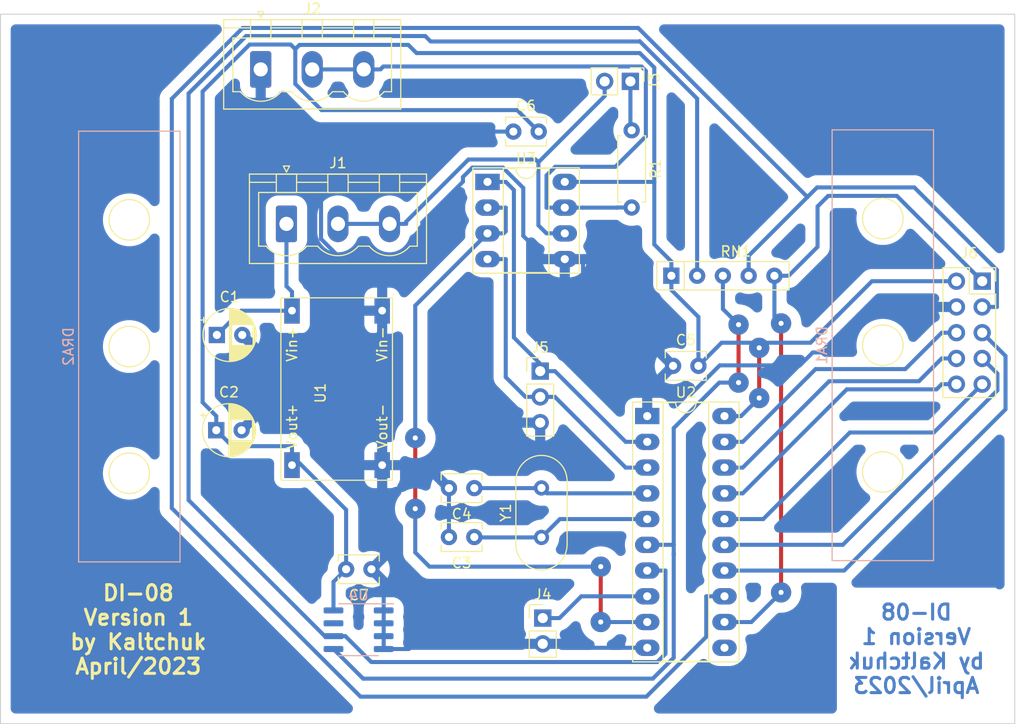
<source format=kicad_pcb>
(kicad_pcb (version 20211014) (generator pcbnew)
  (layers (0 "F.Cu" signal) (31 "B.Cu" signal) (34 "B.Paste" user) (35 "F.Paste" user) (36 "B.SilkS" user "B.Silkscreen") (37 "F.SilkS" user "F.Silkscreen") (38 "B.Mask" user) (39 "F.Mask" user) (44 "Edge.Cuts" user))
  (net 0 "")
  (net 1 "+24V")
  (net 2 "GND")
  (net 3 "+5V")
  (net 4 "Net-(C3-Pad1)")
  (net 5 "Net-(C4-Pad1)")
  (net 6 "/MB-A")
  (net 7 "/MB-B")
  (net 8 "Net-(J3-Pad1)")
  (net 9 "/FS")
  (net 10 "/RX")
  (net 11 "/TX")
  (net 12 "Net-(J6-Pad1)")
  (net 13 "Net-(J6-Pad3)")
  (net 14 "Net-(J6-Pad5)")
  (net 15 "Net-(J6-Pad6)")
  (net 16 "Net-(J6-Pad7)")
  (net 17 "Net-(J6-Pad8)")
  (net 18 "Net-(J6-Pad9)")
  (net 19 "Net-(J6-Pad10)")
  (net 20 "/SCL")
  (net 21 "/SDA")
  (net 22 "/DE")
  (footprint "Resistor_THT:R_Axial_DIN0207_L6.3mm_D2.5mm_P7.62mm_Horizontal" (layer "F.Cu") (at 154.178 64.643 -90)
    (fp_text reference "R1" (at 3.81 -2.37 90) (layer "F.SilkS"))
    (fp_text value "250")
    (pad "1" thru_hole circle (at 0 0 270) (size 1.6 1.6) (drill 0.8) (layers *.Cu *.Mask) (net 8 "Net-(J3-Pad1)"))
    (pad "2" thru_hole oval (at 7.62 0 270) (size 1.6 1.6) (drill 0.8) (layers *.Cu *.Mask) (net 7 "/MB-B"))
  )
  (footprint "Resistor_THT:R_Array_SIP5" (layer "F.Cu") (at 158.095 78.994)
    (fp_text reference "RN1" (at 6.35 -2.4) (layer "F.SilkS"))
    (fp_text value "10k")
    (pad "1" thru_hole rect (at 0 0) (size 1.6 1.6) (drill 0.8) (layers *.Cu *.Mask) (net 3 "+5V"))
    (pad "2" thru_hole oval (at 2.54 0) (size 1.6 1.6) (drill 0.8) (layers *.Cu *.Mask) (net 20 "/SCL"))
    (pad "3" thru_hole oval (at 5.08 0) (size 1.6 1.6) (drill 0.8) (layers *.Cu *.Mask) (net 21 "/SDA"))
    (pad "4" thru_hole oval (at 7.62 0) (size 1.6 1.6) (drill 0.8) (layers *.Cu *.Mask) (net 13 "Net-(J6-Pad3)"))
    (pad "5" thru_hole oval (at 10.16 0) (size 1.6 1.6) (drill 0.8) (layers *.Cu *.Mask) (net 12 "Net-(J6-Pad1)"))
  )
  (footprint "Connector_PinSocket_2.54mm:PinSocket_2x05_P2.54mm_Vertical" (layer "F.Cu") (at 188.742 79.532)
    (fp_text reference "J6" (at -1.27 -2.77) (layer "F.SilkS"))
    (fp_text value "Bridge_female")
    (pad "1" thru_hole rect (at 0 0) (size 1.7 1.7) (drill 1) (layers *.Cu *.Mask) (net 12 "Net-(J6-Pad1)"))
    (pad "2" thru_hole oval (at -2.54 0) (size 1.7 1.7) (drill 1) (layers *.Cu *.Mask) (net 3 "+5V"))
    (pad "3" thru_hole oval (at 0 2.54) (size 1.7 1.7) (drill 1) (layers *.Cu *.Mask) (net 13 "Net-(J6-Pad3)"))
    (pad "4" thru_hole oval (at -2.54 2.54) (size 1.7 1.7) (drill 1) (layers *.Cu *.Mask) (net 2 "GND"))
    (pad "5" thru_hole oval (at 0 5.08) (size 1.7 1.7) (drill 1) (layers *.Cu *.Mask) (net 14 "Net-(J6-Pad5)"))
    (pad "6" thru_hole oval (at -2.54 5.08) (size 1.7 1.7) (drill 1) (layers *.Cu *.Mask) (net 15 "Net-(J6-Pad6)"))
    (pad "7" thru_hole oval (at 0 7.62) (size 1.7 1.7) (drill 1) (layers *.Cu *.Mask) (net 16 "Net-(J6-Pad7)"))
    (pad "8" thru_hole oval (at -2.54 7.62) (size 1.7 1.7) (drill 1) (layers *.Cu *.Mask) (net 17 "Net-(J6-Pad8)"))
    (pad "9" thru_hole oval (at 0 10.16) (size 1.7 1.7) (drill 1) (layers *.Cu *.Mask) (net 18 "Net-(J6-Pad9)"))
    (pad "10" thru_hole oval (at -2.54 10.16) (size 1.7 1.7) (drill 1) (layers *.Cu *.Mask) (net 19 "Net-(J6-Pad10)"))
  )
  (footprint "Crystal:Crystal_HC49-U_Vertical" (layer "F.Cu") (at 145.288 104.812 90)
    (fp_text reference "Y1" (at 2.44 -3.525 90) (layer "F.SilkS"))
    (fp_text value "11.059MHz")
    (pad "1" thru_hole circle (at 0 0 90) (size 1.5 1.5) (drill 0.8) (layers *.Cu *.Mask) (net 4 "Net-(C3-Pad1)"))
    (pad "2" thru_hole circle (at 4.88 0 90) (size 1.5 1.5) (drill 0.8) (layers *.Cu *.Mask) (net 5 "Net-(C4-Pad1)"))
  )
  (footprint "Capacitor_THT:CP_Radial_D5.0mm_P2.50mm" (layer "F.Cu") (at 113.284 84.836)
    (fp_text reference "C1" (at 1.25 -3.75) (layer "F.SilkS"))
    (fp_text value "47uF")
    (pad "1" thru_hole rect (at 0 0) (size 1.6 1.6) (drill 0.8) (layers *.Cu *.Mask) (net 1 "+24V"))
    (pad "2" thru_hole circle (at 2.5 0) (size 1.6 1.6) (drill 0.8) (layers *.Cu *.Mask) (net 2 "GND"))
  )
  (footprint "Connector_Phoenix_MSTB:PhoenixContact_MSTBVA_2,5_3-G-5,08_1x03_P5.08mm_Vertical" (layer "F.Cu") (at 117.602 58.6345)
    (fp_text reference "J2" (at 5.08 -6) (layer "F.SilkS"))
    (fp_text value "low")
    (pad "1" thru_hole roundrect (at 0 0) (size 2.08 3.6) (drill 1.4) (layers *.Cu *.Mask) (roundrect_rratio 0.120192) (net 2 "GND"))
    (pad "2" thru_hole oval (at 5.08 0) (size 2.08 3.6) (drill 1.4) (layers *.Cu *.Mask) (net 7 "/MB-B"))
    (pad "3" thru_hole oval (at 10.16 0) (size 2.08 3.6) (drill 1.4) (layers *.Cu *.Mask) (net 7 "/MB-B"))
  )
  (footprint "Connector_PinHeader_2.54mm:PinHeader_1x02_P2.54mm_Vertical" (layer "F.Cu") (at 145.415 112.771)
    (fp_text reference "J4" (at 0 -2.33) (layer "F.SilkS"))
    (fp_text value "factory setup")
    (pad "1" thru_hole rect (at 0 0) (size 1.7 1.7) (drill 1) (layers *.Cu *.Mask) (net 9 "/FS"))
    (pad "2" thru_hole oval (at 0 2.54) (size 1.7 1.7) (drill 1) (layers *.Cu *.Mask) (net 2 "GND"))
  )
  (footprint "Capacitor_THT:CP_Radial_D5.0mm_P2.50mm" (layer "F.Cu") (at 113.2219 94.234)
    (fp_text reference "C2" (at 1.25 -3.75) (layer "F.SilkS"))
    (fp_text value "22uF")
    (pad "1" thru_hole rect (at 0 0) (size 1.6 1.6) (drill 0.8) (layers *.Cu *.Mask) (net 3 "+5V"))
    (pad "2" thru_hole circle (at 2.5 0) (size 1.6 1.6) (drill 0.8) (layers *.Cu *.Mask) (net 2 "GND"))
  )
  (footprint "Connector_Phoenix_MSTB:PhoenixContact_MSTBVA_2,5_3-G-5,08_1x03_P5.08mm_Vertical" (layer "F.Cu") (at 120.142 73.8745)
    (fp_text reference "J1" (at 5.08 -6) (layer "F.SilkS"))
    (fp_text value "high")
    (pad "1" thru_hole roundrect (at 0 0) (size 2.08 3.6) (drill 1.4) (layers *.Cu *.Mask) (roundrect_rratio 0.120192) (net 1 "+24V"))
    (pad "2" thru_hole oval (at 5.08 0) (size 2.08 3.6) (drill 1.4) (layers *.Cu *.Mask) (net 6 "/MB-A"))
    (pad "3" thru_hole oval (at 10.16 0) (size 2.08 3.6) (drill 1.4) (layers *.Cu *.Mask) (net 6 "/MB-A"))
  )
  (footprint "Connector_PinHeader_2.54mm:PinHeader_1x03_P2.54mm_Vertical" (layer "F.Cu") (at 145.161 88.407)
    (fp_text reference "J5" (at 0 -2.33) (layer "F.SilkS"))
    (fp_text value "TTL comm")
    (pad "1" thru_hole rect (at 0 0) (size 1.7 1.7) (drill 1) (layers *.Cu *.Mask) (net 10 "/RX"))
    (pad "2" thru_hole oval (at 0 2.54) (size 1.7 1.7) (drill 1) (layers *.Cu *.Mask) (net 11 "/TX"))
    (pad "3" thru_hole oval (at 0 5.08) (size 1.7 1.7) (drill 1) (layers *.Cu *.Mask) (net 2 "GND"))
  )
  (footprint "MountingEquipment:DINRailAdapter_3xM3_PhoenixContact_1201578" (layer "F.Cu") (at 178.943 85.852 -90)
    (fp_text reference "DRA1" (at 0 6 90) (layer "B.SilkS") (effects (justify mirror)))
    (fp_text value "DIN_Rail_Adapter")
    (pad "" np_thru_hole circle (at 12.5 0 270) (size 3.2 3.2) (drill 3.2) (layers *.Cu *.Mask))
    (pad "" np_thru_hole circle (at -12.5 0 270) (size 3.2 3.2) (drill 3.2) (layers *.Cu *.Mask))
    (pad "" np_thru_hole circle (at 0 0 270) (size 3.2 3.2) (drill 3.2) (layers *.Cu *.Mask))
  )
  (footprint "Capacitor_THT:C_Disc_D3.8mm_W2.6mm_P2.50mm" (layer "F.Cu") (at 138.664 104.775 180)
    (fp_text reference "C3" (at 1.25 -2.55) (layer "F.SilkS"))
    (fp_text value "33pF")
    (pad "1" thru_hole circle (at 0 0 180) (size 1.6 1.6) (drill 0.8) (layers *.Cu *.Mask) (net 4 "Net-(C3-Pad1)"))
    (pad "2" thru_hole circle (at 2.5 0 180) (size 1.6 1.6) (drill 0.8) (layers *.Cu *.Mask) (net 2 "GND"))
  )
  (footprint "MountingEquipment:DINRailAdapter_3xM3_PhoenixContact_1201578" (layer "F.Cu") (at 104.648 85.979 -90)
    (fp_text reference "DRA2" (at 0 6 90) (layer "B.SilkS") (effects (justify mirror)))
    (fp_text value "DIN_Rail_Adapter")
    (pad "" np_thru_hole circle (at 12.5 0 270) (size 3.2 3.2) (drill 3.2) (layers *.Cu *.Mask))
    (pad "" np_thru_hole circle (at 0 0 270) (size 3.2 3.2) (drill 3.2) (layers *.Cu *.Mask))
    (pad "" np_thru_hole circle (at -12.5 0 270) (size 3.2 3.2) (drill 3.2) (layers *.Cu *.Mask))
  )
  (footprint "Capacitor_THT:C_Disc_D3.8mm_W2.6mm_P2.50mm" (layer "F.Cu") (at 138.664 99.949 180)
    (fp_text reference "C4" (at 1.25 -2.55) (layer "F.SilkS"))
    (fp_text value "33pF")
    (pad "1" thru_hole circle (at 0 0 180) (size 1.6 1.6) (drill 0.8) (layers *.Cu *.Mask) (net 5 "Net-(C4-Pad1)"))
    (pad "2" thru_hole circle (at 2.5 0 180) (size 1.6 1.6) (drill 0.8) (layers *.Cu *.Mask) (net 2 "GND"))
  )
  (footprint "Connector_PinHeader_2.54mm:PinHeader_1x02_P2.54mm_Vertical" (layer "F.Cu") (at 154.056 59.817 -90)
    (fp_text reference "J3" (at 0 -2.33 90) (layer "F.SilkS"))
    (fp_text value "terminal")
    (pad "1" thru_hole rect (at 0 0 270) (size 1.7 1.7) (drill 1) (layers *.Cu *.Mask) (net 8 "Net-(J3-Pad1)"))
    (pad "2" thru_hole oval (at 0 2.54 270) (size 1.7 1.7) (drill 1) (layers *.Cu *.Mask) (net 6 "/MB-A"))
  )
  (footprint "Capacitor_THT:C_Disc_D3.8mm_W2.6mm_P2.50mm" (layer "F.Cu") (at 158.262 87.884)
    (fp_text reference "C5" (at 1.25 -2.55) (layer "F.SilkS"))
    (fp_text value "10nF")
    (pad "1" thru_hole circle (at 0 0) (size 1.6 1.6) (drill 0.8) (layers *.Cu *.Mask) (net 2 "GND"))
    (pad "2" thru_hole circle (at 2.5 0) (size 1.6 1.6) (drill 0.8) (layers *.Cu *.Mask) (net 3 "+5V"))
  )
  (footprint "Capacitor_THT:C_Disc_D3.8mm_W2.6mm_P2.50mm" (layer "F.Cu") (at 128.524 107.95 180)
    (fp_text reference "C7" (at 1.25 -2.55) (layer "F.SilkS"))
    (fp_text value "10nF")
    (pad "1" thru_hole circle (at 0 0 180) (size 1.6 1.6) (drill 0.8) (layers *.Cu *.Mask) (net 2 "GND"))
    (pad "2" thru_hole circle (at 2.5 0 180) (size 1.6 1.6) (drill 0.8) (layers *.Cu *.Mask) (net 3 "+5V"))
  )
  (footprint "Package_DIP:DIP-20_W7.62mm_Socket_LongPads" (layer "F.Cu") (at 155.712 92.842)
    (fp_text reference "U2" (at 3.81 -2.33) (layer "F.SilkS"))
    (fp_text value "AT89C4051-24P")
    (pad "1" thru_hole rect (at 0 0) (size 2.4 1.6) (drill 0.8) (layers *.Cu *.Mask) (net 2 "GND"))
    (pad "2" thru_hole oval (at 0 2.54) (size 2.4 1.6) (drill 0.8) (layers *.Cu *.Mask) (net 10 "/RX"))
    (pad "3" thru_hole oval (at 0 5.08) (size 2.4 1.6) (drill 0.8) (layers *.Cu *.Mask) (net 11 "/TX"))
    (pad "4" thru_hole oval (at 0 7.62) (size 2.4 1.6) (drill 0.8) (layers *.Cu *.Mask) (net 5 "Net-(C4-Pad1)"))
    (pad "5" thru_hole oval (at 0 10.16) (size 2.4 1.6) (drill 0.8) (layers *.Cu *.Mask) (net 4 "Net-(C3-Pad1)"))
    (pad "6" thru_hole oval (at 0 12.7) (size 2.4 1.6) (drill 0.8) (layers *.Cu *.Mask) (net 21 "/SDA"))
    (pad "7" thru_hole oval (at 0 15.24) (size 2.4 1.6) (drill 0.8) (layers *.Cu *.Mask) (net 20 "/SCL"))
    (pad "8" thru_hole oval (at 0 17.78) (size 2.4 1.6) (drill 0.8) (layers *.Cu *.Mask) (net 9 "/FS"))
    (pad "9" thru_hole oval (at 0 20.32) (size 2.4 1.6) (drill 0.8) (layers *.Cu *.Mask) (net 22 "/DE"))
    (pad "10" thru_hole oval (at 0 22.86) (size 2.4 1.6) (drill 0.8) (layers *.Cu *.Mask) (net 2 "GND"))
    (pad "11" thru_hole oval (at 7.62 22.86) (size 2.4 1.6) (drill 0.8) (layers *.Cu *.Mask))
    (pad "12" thru_hole oval (at 7.62 20.32) (size 2.4 1.6) (drill 0.8) (layers *.Cu *.Mask) (net 12 "Net-(J6-Pad1)"))
    (pad "13" thru_hole oval (at 7.62 17.78) (size 2.4 1.6) (drill 0.8) (layers *.Cu *.Mask) (net 13 "Net-(J6-Pad3)"))
    (pad "14" thru_hole oval (at 7.62 15.24) (size 2.4 1.6) (drill 0.8) (layers *.Cu *.Mask) (net 14 "Net-(J6-Pad5)"))
    (pad "15" thru_hole oval (at 7.62 12.7) (size 2.4 1.6) (drill 0.8) (layers *.Cu *.Mask) (net 16 "Net-(J6-Pad7)"))
    (pad "16" thru_hole oval (at 7.62 10.16) (size 2.4 1.6) (drill 0.8) (layers *.Cu *.Mask) (net 18 "Net-(J6-Pad9)"))
    (pad "17" thru_hole oval (at 7.62 7.62) (size 2.4 1.6) (drill 0.8) (layers *.Cu *.Mask) (net 19 "Net-(J6-Pad10)"))
    (pad "18" thru_hole oval (at 7.62 5.08) (size 2.4 1.6) (drill 0.8) (layers *.Cu *.Mask) (net 17 "Net-(J6-Pad8)"))
    (pad "19" thru_hole oval (at 7.62 2.54) (size 2.4 1.6) (drill 0.8) (layers *.Cu *.Mask) (net 15 "Net-(J6-Pad6)"))
    (pad "20" thru_hole oval (at 7.62 0) (size 2.4 1.6) (drill 0.8) (layers *.Cu *.Mask) (net 3 "+5V"))
  )
  (footprint "Package_DIP:DIP-8_W7.62mm_Socket_LongPads" (layer "F.Cu") (at 139.964 69.733)
    (fp_text reference "U3" (at 3.81 -2.33) (layer "F.SilkS"))
    (fp_text value "SN75176AP")
    (pad "1" thru_hole rect (at 0 0) (size 2.4 1.6) (drill 0.8) (layers *.Cu *.Mask) (net 10 "/RX"))
    (pad "2" thru_hole oval (at 0 2.54) (size 2.4 1.6) (drill 0.8) (layers *.Cu *.Mask) (net 22 "/DE"))
    (pad "3" thru_hole oval (at 0 5.08) (size 2.4 1.6) (drill 0.8) (layers *.Cu *.Mask) (net 22 "/DE"))
    (pad "4" thru_hole oval (at 0 7.62) (size 2.4 1.6) (drill 0.8) (layers *.Cu *.Mask) (net 11 "/TX"))
    (pad "5" thru_hole oval (at 7.62 7.62) (size 2.4 1.6) (drill 0.8) (layers *.Cu *.Mask) (net 2 "GND"))
    (pad "6" thru_hole oval (at 7.62 5.08) (size 2.4 1.6) (drill 0.8) (layers *.Cu *.Mask) (net 6 "/MB-A"))
    (pad "7" thru_hole oval (at 7.62 2.54) (size 2.4 1.6) (drill 0.8) (layers *.Cu *.Mask) (net 7 "/MB-B"))
    (pad "8" thru_hole oval (at 7.62 0) (size 2.4 1.6) (drill 0.8) (layers *.Cu *.Mask) (net 3 "+5V"))
  )
  (footprint "kaltchuk_footprints:DSN-MINI-360" (layer "F.Cu") (at 123.991 90.568 90)
    (fp_text reference "U1" (at 0 -0.5 90 unlocked) (layer "F.SilkS"))
    (fp_text value "DSN-MINI-360")
    (fp_text user "Vin+" (at 4.826 -3.302 90 unlocked) (layer "F.SilkS"))
    (fp_text user "Vout-" (at -3.302 5.588 90 unlocked) (layer "F.SilkS"))
    (fp_text user "Vin-" (at 4.826 5.588 90 unlocked) (layer "F.SilkS"))
    (fp_text user "Vout+" (at -3.302 -3.302 90 unlocked) (layer "F.SilkS"))
    (pad "1" thru_hole rect (at -7.112 -3.302 90) (size 2.54 1.524) (drill 0.762) (layers *.Cu *.Mask) (net 3 "+5V"))
    (pad "2" thru_hole rect (at -7.112 5.588 90) (size 2.54 1.524) (drill 0.762) (layers *.Cu *.Mask) (net 2 "GND"))
    (pad "3" thru_hole rect (at 8.128 -3.302 90) (size 2.54 1.524) (drill 0.762) (layers *.Cu *.Mask) (net 1 "+24V"))
    (pad "4" thru_hole rect (at 8.128 5.588 90) (size 2.54 1.524) (drill 0.762) (layers *.Cu *.Mask) (net 2 "GND"))
  )
  (footprint "Capacitor_THT:C_Disc_D3.8mm_W2.6mm_P2.50mm" (layer "F.Cu") (at 142.514 64.77)
    (fp_text reference "C6" (at 1.25 -2.55) (layer "F.SilkS"))
    (fp_text value "10nF")
    (pad "1" thru_hole circle (at 0 0) (size 1.6 1.6) (drill 0.8) (layers *.Cu *.Mask) (net 2 "GND"))
    (pad "2" thru_hole circle (at 2.5 0) (size 1.6 1.6) (drill 0.8) (layers *.Cu *.Mask) (net 3 "+5V"))
  )
  (footprint "Package_SO:SOIC-8_3.9x4.9mm_P1.27mm" (layer "B.Cu") (at 127.254 113.919 180)
    (fp_text reference "U4" (at 0 3.4) (layer "B.SilkS") (effects (justify mirror)))
    (fp_text value "FM24C64B")
    (pad "1" smd roundrect (at -2.475 1.905 180) (size 1.95 0.6) (layers "B.Cu" "B.Paste" "B.Mask") (net 2 "GND"))
    (pad "2" smd roundrect (at -2.475 0.635 180) (size 1.95 0.6) (layers "B.Cu" "B.Paste" "B.Mask") (net 2 "GND"))
    (pad "3" smd roundrect (at -2.475 -0.635 180) (size 1.95 0.6) (layers "B.Cu" "B.Paste" "B.Mask") (net 2 "GND"))
    (pad "4" smd roundrect (at -2.475 -1.905 180) (size 1.95 0.6) (layers "B.Cu" "B.Paste" "B.Mask") (net 2 "GND"))
    (pad "5" smd roundrect (at 2.475 -1.905 180) (size 1.95 0.6) (layers "B.Cu" "B.Paste" "B.Mask") (net 21 "/SDA"))
    (pad "6" smd roundrect (at 2.475 -0.635 180) (size 1.95 0.6) (layers "B.Cu" "B.Paste" "B.Mask") (net 20 "/SCL"))
    (pad "7" smd roundrect (at 2.475 0.635 180) (size 1.95 0.6) (layers "B.Cu" "B.Paste" "B.Mask"))
    (pad "8" smd roundrect (at 2.475 1.905 180) (size 1.95 0.6) (layers "B.Cu" "B.Paste" "B.Mask") (net 3 "+5V"))
  )
  (gr_rect (start 91.948 53.19) (end 191.948 123.19) (layer "Edge.Cuts") (width 0.1) (fill none))
  (gr_text "DI-08\nVersion 1\nby Kaltchuk\nApril/2023" (at 182.245 115.824) (layer "B.Cu") (effects (font (size 1.5 1.5) (thickness 0.3)) (justify mirror)))
  (gr_text "DI-08\nVersion 1\nby Kaltchuk\nApril/2023" (at 105.537 113.919) (layer "F.SilkS") (effects (font (size 1.5 1.5) (thickness 0.3))))
  (segment (start 120.142 80.0227) (end 120.689 80.5697) (width 0.4) (layer "B.Cu") (net 1))
  (segment (start 113.284 84.836) (end 115.68 82.44) (width 0.4) (layer "B.Cu") (net 1))
  (segment (start 115.68 82.44) (end 120.689 82.44) (width 0.4) (layer "B.Cu") (net 1))
  (segment (start 120.689 82.44) (end 120.689 80.5697) (width 0.4) (layer "B.Cu") (net 1))
  (segment (start 120.142 73.8745) (end 120.142 80.0227) (width 0.4) (layer "B.Cu") (net 1))
  (segment (start 155.829 90.317) (end 156.063 90.551) (width 0.4) (layer "B.Cu") (net 2))
  (segment (start 145.415 115.311) (end 146.8653 115.311) (width 0.4) (layer "B.Cu") (net 2))
  (segment (start 134.513 98.298) (end 134.112 98.298) (width 0.4) (layer "B.Cu") (net 2))
  (segment (start 149.3843 79.0063) (end 158.262 87.884) (width 0.4) (layer "B.Cu") (net 2))
  (segment (start 118.237 92.583) (end 118.618 92.964) (width 0.4) (layer "B.Cu") (net 2))
  (segment (start 129.579 96.7448) (end 129.579 97.68) (width 0.4) (layer "B.Cu") (net 2))
  (segment (start 129.729 114.554) (end 129.729 115.311) (width 0.4) (layer "B.Cu") (net 2))
  (segment (start 129.0533 84.836) (end 129.579 84.3103) (width 0.4) (layer "B.Cu") (net 2))
  (segment (start 129.579 82.44) (end 129.579 82.1709) (width 0.4) (layer "B.Cu") (net 2))
  (segment (start 129.579 100.672) (end 129.579 106.895) (width 0.4) (layer "B.Cu") (net 2))
  (segment (start 128.0033 84.836) (end 129.0533 84.836) (width 0.4) (layer "B.Cu") (net 2))
  (segment (start 133.53765 75.25035) (end 129.4765 79.3115) (width 0.4) (layer "B.Cu") (net 2))
  (segment (start 117.435 86.487) (end 117.602 86.487) (width 0.4) (layer "B.Cu") (net 2))
  (segment (start 159.9376 90.748) (end 159.95 90.748) (width 0.4) (layer "B.Cu") (net 2))
  (segment (start 123.7375 64.77) (end 142.514 64.77) (width 0.4) (layer "B.Cu") (net 2))
  (segment (start 186.202 82.072) (end 178.024 82.072) (width 0.4) (layer "B.Cu") (net 2))
  (segment (start 137.5423 69.2503) (end 138.4681 68.3245) (width 0.4) (layer "B.Cu") (net 2))
  (segment (start 143.4932 70.33) (end 143.4932 75.0625) (width 0.4) (layer "B.Cu") (net 2))
  (segment (start 173.53045 86.56555) (end 172.03655 86.56555) (width 0.4) (layer "B.Cu") (net 2))
  (segment (start 129.579 97.68) (end 129.579 99.949) (width 0.4) (layer "B.Cu") (net 2))
  (segment (start 132.969 99.441) (end 131.826 99.441) (width 0.4) (layer "B.Cu") (net 2))
  (segment (start 172.03655 86.56555) (end 170.76655 87.83555) (width 0.4) (layer "B.Cu") (net 2))
  (segment (start 160.147 90.551) (end 162.86245 87.83555) (width 0.4) (layer "B.Cu") (net 2))
  (segment (start 133.53765 73.72065) (end 133.53765 75.25035) (width 0.4) (layer "B.Cu") (net 2))
  (segment (start 143.9647 115.311) (end 132.72 115.311) (width 0.4) (layer "B.Cu") (net 2))
  (segment (start 138.4681 68.3245) (end 141.4877 68.3245) (width 0.4) (layer "B.Cu") (net 2))
  (segment (start 129.579 79.414) (end 129.4613 79.5317) (width 0.4) (layer "B.Cu") (net 2))
  (segment (start 134.513 98.298) (end 134.513 98.024) (width 0.4) (layer "B.Cu") (net 2))
  (segment (start 143.4932 75.0625) (end 145.7837 77.353) (width 0.4) (layer "B.Cu") (net 2))
  (segment (start 128.0033 94.234) (end 129.579 95.8097) (width 0.4) (layer "B.Cu") (net 2))
  (segment (start 117.602 63.119) (end 119.4375 64.9545) (width 0.4) (layer "B.Cu") (net 2))
  (segment (start 123.553 75.3581) (end 127.7266 79.5317) (width 0.4) (layer "B.Cu") (net 2))
  (segment (start 129.579 99.949) (end 129.579 100.672) (width 0.4) (layer "B.Cu") (net 2))
  (segment (start 129.579 106.895) (end 128.524 107.95) (width 0.4) (layer "B.Cu") (net 2))
  (segment (start 156.063 90.551) (end 160.147 90.551) (width 0.4) (layer "B.Cu") (net 2))
  (segment (start 155.829 90.317) (end 155.829 90.932) (width 0.4) (layer "B.Cu") (net 2))
  (segment (start 147.2563 115.702) (end 146.8653 115.311) (width 0.4) (layer "B.Cu") (net 2))
  (segment (start 131.826 99.441) (end 130.595 100.672) (width 0.4) (layer "B.Cu") (net 2))
  (segment (start 139.0115 97.1015) (end 142.626 93.487) (width 0.4) (layer "B.Cu") (net 2))
  (segment (start 136.164 104.775) (end 136.164 99.949) (width 0.4) (layer "B.Cu") (net 2))
  (segment (start 117.602 58.6345) (end 117.602 63.119) (width 0.4) (layer "B.Cu") (net 2))
  (segment (start 142.626 93.487) (end 145.161 93.487) (width 0.4) (layer "B.Cu") (net 2))
  (segment (start 137.5423 69.716) (end 137.5423 69.2503) (width 0.4) (layer "B.Cu") (net 2))
  (segment (start 129.579 83.3751) (end 129.579 84.3103) (width 0.4) (layer "B.Cu") (net 2))
  (segment (start 149.3843 77.353) (end 149.3843 79.0063) (width 0.4) (layer "B.Cu") (net 2))
  (segment (start 129.4613 79.5317) (end 127.7266 79.5317) (width 0.4) (layer "B.Cu") (net 2))
  (segment (start 128.0033 84.836) (end 128.0033 94.234) (width 0.4) (layer "B.Cu") (net 2))
  (segment (start 129.579 81.3841) (end 129.579 82.1709) (width 0.4) (layer "B.Cu") (net 2))
  (segment (start 178.024 82.072) (end 173.53045 86.56555) (width 0.4) (layer "B.Cu") (net 2))
  (segment (start 155.829 90.932) (end 155.712 91.049) (width 0.4) (layer "B.Cu") (net 2))
  (segment (start 117.602 86.487) (end 118.491 85.598) (width 0.4) (layer "B.Cu") (net 2))
  (segment (start 133.53765 73.72065) (end 137.5423 69.716) (width 0.4) (layer "B.Cu") (net 2))
  (segment (start 129.729 115.824) (end 132.207 115.824) (width 0.4) (layer "B.Cu") (net 2))
  (segment (start 135.4355 97.1015) (end 139.0115 97.1015) (width 0.4) (layer "B.Cu") (net 2))
  (segment (start 155.712 91.049) (end 155.712 92.842) (width 0.4) (layer "B.Cu") (net 2))
  (segment (start 134.513 98.024) (end 135.4355 97.1015) (width 0.4) (layer "B.Cu") (net 2))
  (segment (start 134.112 98.298) (end 132.969 99.441) (width 0.4) (layer "B.Cu") (net 2))
  (segment (start 141.4877 68.3245) (end 143.4932 70.33) (width 0.4) (layer "B.Cu") (net 2))
  (segment (start 129.729 115.311) (end 129.729 115.824) (width 0.4) (layer "B.Cu") (net 2))
  (segment (start 162.86245 87.83555) (end 170.76655 87.83555) (width 0.4) (layer "B.Cu") (net 2))
  (segment (start 118.491 85.598) (end 118.491 84.836) (width 0.4) (layer "B.Cu") (net 2))
  (segment (start 117.3729 92.583) (end 118.237 92.583) (width 0.4) (layer "B.Cu") (net 2))
  (segment (start 155.712 115.702) (end 147.2563 115.702) (width 0.4) (layer "B.Cu") (net 2))
  (segment (start 159.95 90.748) (end 160.147 90.551) (width 0.4) (layer "B.Cu") (net 2))
  (segment (start 132.207 115.824) (end 132.72 115.311) (width 0.4) (layer "B.Cu") (net 2))
  (segment (start 145.415 115.311) (end 143.9647 115.311) (width 0.4) (layer "B.Cu") (net 2))
  (segment (start 147.584 77.353) (end 145.7837 77.353) (width 0.4) (layer "B.Cu") (net 2))
  (segment (start 119.4375 64.9545) (end 123.553 64.9545) (width 0.4) (layer "B.Cu") (net 2))
  (segment (start 129.729 109.155) (end 129.729 112.014) (width 0.4) (layer "B.Cu") (net 2))
  (segment (start 129.579 96.7448) (end 129.579 95.8097) (width 0.4) (layer "B.Cu") (net 2))
  (segment (start 158.262 87.884) (end 155.829 90.317) (width 0.4) (layer "B.Cu") (net 2))
  (segment (start 118.618 94.234) (end 128.0033 94.234) (width 0.4) (layer "B.Cu") (net 2))
  (segment (start 148.4842 77.353) (end 149.3843 77.353) (width 0.4) (layer "B.Cu") (net 2))
  (segment (start 129.729 113.284) (end 129.729 114.554) (width 0.4) (layer "B.Cu") (net 2))
  (segment (start 123.7375 64.77) (end 123.553 64.9545) (width 0.4) (layer "B.Cu") (net 2))
  (segment (start 129.579 79.414) (end 129.4765 79.3115) (width 0.4) (layer "B.Cu") (net 2))
  (segment (start 129.579 82.44) (end 129.579 79.414) (width 0.4) (layer "B.Cu") (net 2))
  (segment (start 118.618 92.964) (end 118.618 94.234) (width 0.4) (layer "B.Cu") (net 2))
  (segment (start 128.524 107.95) (end 129.729 109.155) (width 0.4) (layer "B.Cu") (net 2))
  (segment (start 129.729 112.014) (end 129.729 113.284) (width 0.4) (layer "B.Cu") (net 2))
  (segment (start 118.491 84.836) (end 128.0033 84.836) (width 0.4) (layer "B.Cu") (net 2))
  (segment (start 123.553 64.9545) (end 123.553 75.3581) (width 0.4) (layer "B.Cu") (net 2))
  (segment (start 129.579 83.3751) (end 129.579 82.44) (width 0.4) (layer "B.Cu") (net 2))
  (segment (start 130.595 100.672) (end 129.579 100.672) (width 0.4) (layer "B.Cu") (net 2))
  (segment (start 115.784 84.836) (end 117.435 86.487) (width 0.4) (layer "B.Cu") (net 2))
  (segment (start 115.7219 94.234) (end 117.3729 92.583) (width 0.4) (layer "B.Cu") (net 2))
  (segment (start 148.4842 77.353) (end 147.584 77.353) (width 0.4) (layer "B.Cu") (net 2))
  (segment (start 136.164 99.949) (end 134.513 98.298) (width 0.4) (layer "B.Cu") (net 2))
  (segment (start 166.751 86.106) (end 166.751 91.186) (width 0.4) (layer "F.Cu") (net 3))
  (via (at 166.751 91.059) (size 2) (drill 0.5) (layers "F.Cu" "B.Cu") (net 3))
  (via (at 166.751 86.106) (size 2) (drill 0.5) (layers "F.Cu" "B.Cu") (net 3))
  (segment (start 111.8752 60.8173) (end 111.8752 91.487) (width 0.4) (layer "B.Cu") (net 3))
  (segment (start 121.4321 56.2146) (end 121.0128 56.6339) (width 0.4) (layer "B.Cu") (net 3))
  (segment (start 166.624 85.598) (end 166.624 86.106) (width 0.4) (layer "B.Cu") (net 3))
  (segment (start 132.1606 56.2146) (end 121.4321 56.2146) (width 0.4) (layer "B.Cu") (net 3))
  (segment (start 132.969 57.023) (end 132.1606 56.2146) (width 0.4) (layer "B.Cu") (net 3))
  (segment (start 174.55135 82.85735) (end 174.3474 83.0613) (width 0.4) (layer "B.Cu") (net 3))
  (segment (start 113.2219 94.234) (end 114.7976 95.8097) (width 0.4) (layer "B.Cu") (net 3))
  (segment (start 120.5586 56.1797) (end 116.5128 56.1797) (width 0.4) (layer "B.Cu") (net 3))
  (segment (start 184.7517 79.532) (end 177.8767 79.532) (width 0.4) (layer "B.Cu") (net 3))
  (segment (start 124.779 112.014) (end 124.779 109.195) (width 0.4) (layer "B.Cu") (net 3))
  (segment (start 163.048 85.598) (end 166.624 85.598) (width 0.4) (layer "B.Cu") (net 3))
  (segment (start 156.41 69.733) (end 156.41 58.4529) (width 0.4) (layer "B.Cu") (net 3))
  (segment (start 124.779 109.195) (end 126.024 107.95) (width 0.4) (layer "B.Cu") (net 3))
  (segment (start 114.7976 95.8097) (end 120.689 95.8097) (width 0.4) (layer "B.Cu") (net 3))
  (segment (start 120.689 96.7448) (end 126.024 102.0798) (width 0.4) (layer "B.Cu") (net 3))
  (segment (start 145.014 64.77) (end 142.8942 62.6502) (width 0.4) (layer "B.Cu") (net 3))
  (segment (start 171.8107 85.598) (end 174.55135 82.85735) (width 0.4) (layer "B.Cu") (net 3))
  (segment (start 123.602 62.6502) (end 121.0128 60.061) (width 0.4) (layer "B.Cu") (net 3))
  (segment (start 111.8752 91.487) (end 113.2219 92.8337) (width 0.4) (layer "B.Cu") (net 3))
  (segment (start 113.2219 94.234) (end 113.2219 92.8337) (width 0.4) (layer "B.Cu") (net 3))
  (segment (start 160.762 83.0613) (end 158.095 80.3943) (width 0.4) (layer "B.Cu") (net 3))
  (segment (start 154.9801 57.023) (end 132.969 57.023) (width 0.4) (layer "B.Cu") (net 3))
  (segment (start 160.762 87.884) (end 163.048 85.598) (width 0.4) (layer "B.Cu") (net 3))
  (segment (start 156.41 75.9087) (end 158.095 77.5937) (width 0.4) (layer "B.Cu") (net 3))
  (segment (start 158.095 78.994) (end 158.095 77.5937) (width 0.4) (layer "B.Cu") (net 3))
  (segment (start 160.762 83.0613) (end 160.762 87.3412) (width 0.4) (layer "B.Cu") (net 3))
  (segment (start 177.8767 79.532) (end 174.55135 82.85735) (width 0.4) (layer "B.Cu") (net 3))
  (segment (start 164.968 92.842) (end 166.751 91.059) (width 0.4) (layer "B.Cu") (net 3))
  (segment (start 166.624 85.598) (end 171.8107 85.598) (width 0.4) (layer "B.Cu") (net 3))
  (segment (start 120.689 97.68) (end 120.689 96.7448) (width 0.4) (layer "B.Cu") (net 3))
  (segment (start 160.762 87.3412) (end 160.762 87.884) (width 0.4) (layer "B.Cu") (net 3))
  (segment (start 142.8942 62.6502) (end 123.602 62.6502) (width 0.4) (layer "B.Cu") (net 3))
  (segment (start 121.0128 60.061) (end 121.0128 56.6339) (width 0.4) (layer "B.Cu") (net 3))
  (segment (start 116.5128 56.1797) (end 111.8752 60.8173) (width 0.4) (layer "B.Cu") (net 3))
  (segment (start 163.332 92.842) (end 164.968 92.842) (width 0.4) (layer "B.Cu") (net 3))
  (segment (start 120.689 96.7448) (end 120.689 95.8097) (width 0.4) (layer "B.Cu") (net 3))
  (segment (start 163.957 92.217) (end 163.332 92.842) (width 0.4) (layer "B.Cu") (net 3))
  (segment (start 121.0128 56.6339) (end 120.5586 56.1797) (width 0.4) (layer "B.Cu") (net 3))
  (segment (start 147.584 69.733) (end 156.41 69.733) (width 0.4) (layer "B.Cu") (net 3))
  (segment (start 158.095 78.994) (end 158.095 80.3943) (width 0.4) (layer "B.Cu") (net 3))
  (segment (start 126.024 102.0798) (end 126.024 107.95) (width 0.4) (layer "B.Cu") (net 3))
  (segment (start 186.202 79.532) (end 184.7517 79.532) (width 0.4) (layer "B.Cu") (net 3))
  (segment (start 156.41 69.733) (end 156.41 75.9087) (width 0.4) (layer "B.Cu") (net 3))
  (segment (start 156.41 58.4529) (end 154.9801 57.023) (width 0.4) (layer "B.Cu") (net 3))
  (segment (start 147.098 103.002) (end 145.288 104.812) (width 0.4) (layer "B.Cu") (net 4))
  (segment (start 155.712 103.002) (end 147.098 103.002) (width 0.4) (layer "B.Cu") (net 4))
  (segment (start 138.701 104.812) (end 145.288 104.812) (width 0.4) (layer "B.Cu") (net 4))
  (segment (start 138.664 104.775) (end 138.701 104.812) (width 0.4) (layer "B.Cu") (net 4))
  (segment (start 138.664 99.949) (end 145.271 99.949) (width 0.4) (layer "B.Cu") (net 5))
  (segment (start 145.271 99.949) (end 145.288 99.932) (width 0.4) (layer "B.Cu") (net 5))
  (segment (start 155.712 100.462) (end 145.818 100.462) (width 0.4) (layer "B.Cu") (net 5))
  (segment (start 145.818 100.462) (end 145.288 99.932) (width 0.4) (layer "B.Cu") (net 5))
  (segment (start 144.7077 67.5242) (end 138.0804 67.5242) (width 0.4) (layer "B.Cu") (net 6))
  (segment (start 131.9423 73.6623) (end 131.9423 73.8745) (width 0.4) (layer "B.Cu") (net 6))
  (segment (start 144.9834 67.7999) (end 144.9834 74.0127) (width 0.4) (layer "B.Cu") (net 6))
  (segment (start 138.0804 67.5242) (end 131.9423 73.6623) (width 0.4) (layer "B.Cu") (net 6))
  (segment (start 125.222 73.8745) (end 130.302 73.8745) (width 0.4) (layer "B.Cu") (net 6))
  (segment (start 147.584 74.813) (end 145.7837 74.813) (width 0.4) (layer "B.Cu") (net 6))
  (segment (start 144.9834 67.7999) (end 144.7077 67.5242) (width 0.4) (layer "B.Cu") (net 6))
  (segment (start 151.516 61.2673) (end 144.9834 67.7999) (width 0.4) (layer "B.Cu") (net 6))
  (segment (start 151.516 59.817) (end 151.516 61.2673) (width 0.4) (layer "B.Cu") (net 6))
  (segment (start 130.302 73.8745) (end 131.9423 73.8745) (width 0.4) (layer "B.Cu") (net 6))
  (segment (start 144.9834 74.0127) (end 145.7837 74.813) (width 0.4) (layer "B.Cu") (net 6))
  (segment (start 155.5783 65.243) (end 152.5794 68.2419) (width 0.4) (layer "B.Cu") (net 7))
  (segment (start 122.682 58.6345) (end 127.762 58.6345) (width 0.4) (layer "B.Cu") (net 7))
  (segment (start 152.7677 72.273) (end 149.3843 72.273) (width 0.4) (layer "B.Cu") (net 7))
  (segment (start 155.1421 58.3455) (end 155.5783 58.7817) (width 0.4) (layer "B.Cu") (net 7))
  (segment (start 154.178 72.263) (end 152.7777 72.263) (width 0.4) (layer "B.Cu") (net 7))
  (segment (start 129.4023 58.6345) (end 129.6913 58.3455) (width 0.4) (layer "B.Cu") (net 7))
  (segment (start 148.4842 72.273) (end 147.584 72.273) (width 0.4) (layer "B.Cu") (net 7))
  (segment (start 147.584 72.273) (end 145.7837 72.273) (width 0.4) (layer "B.Cu") (net 7))
  (segment (start 148.4842 72.273) (end 149.3843 72.273) (width 0.4) (layer "B.Cu") (net 7))
  (segment (start 145.7837 69.0983) (end 145.7837 72.273) (width 0.4) (layer "B.Cu") (net 7))
  (segment (start 155.5783 58.7817) (end 155.5783 65.243) (width 0.4) (layer "B.Cu") (net 7))
  (segment (start 146.6401 68.2419) (end 145.7837 69.0983) (width 0.4) (layer "B.Cu") (net 7))
  (segment (start 152.7777 72.263) (end 152.7677 72.273) (width 0.4) (layer "B.Cu") (net 7))
  (segment (start 152.5794 68.2419) (end 146.6401 68.2419) (width 0.4) (layer "B.Cu") (net 7))
  (segment (start 129.6913 58.3455) (end 155.1421 58.3455) (width 0.4) (layer "B.Cu") (net 7))
  (segment (start 127.762 58.6345) (end 129.4023 58.6345) (width 0.4) (layer "B.Cu") (net 7))
  (segment (start 154.056 64.521) (end 154.178 64.643) (width 0.4) (layer "B.Cu") (net 8))
  (segment (start 154.056 59.817) (end 154.056 64.521) (width 0.4) (layer "B.Cu") (net 8))
  (segment (start 149.21 110.622) (end 147.061 112.771) (width 0.4) (layer "B.Cu") (net 9))
  (segment (start 155.712 110.622) (end 149.21 110.622) (width 0.4) (layer "B.Cu") (net 9))
  (segment (start 145.415 112.771) (end 147.061 112.771) (width 0.4) (layer "B.Cu") (net 9))
  (segment (start 139.964 69.733) (end 141.7643 69.733) (width 0.4) (layer "B.Cu") (net 10))
  (segment (start 141.7643 69.733) (end 142.5691 70.5378) (width 0.4) (layer "B.Cu") (net 10))
  (segment (start 145.8862 88.407) (end 146.6113 88.407) (width 0.4) (layer "B.Cu") (net 10))
  (segment (start 145.161 88.407) (end 145.8862 88.407) (width 0.4) (layer "B.Cu") (net 10))
  (segment (start 153.5863 95.382) (end 155.712 95.382) (width 0.4) (layer "B.Cu") (net 10))
  (segment (start 146.6113 88.407) (end 153.5863 95.382) (width 0.4) (layer "B.Cu") (net 10))
  (segment (start 142.5691 85.0899) (end 145.8862 88.407) (width 0.4) (layer "B.Cu") (net 10))
  (segment (start 142.5691 70.5378) (end 142.5691 85.0899) (width 0.4) (layer "B.Cu") (net 10))
  (segment (start 145.6861 90.947) (end 145.161 90.947) (width 0.4) (layer "B.Cu") (net 11))
  (segment (start 139.964 77.353) (end 141.7643 77.353) (width 0.4) (layer "B.Cu") (net 11))
  (segment (start 141.7643 89.0006) (end 143.7107 90.947) (width 0.4) (layer "B.Cu") (net 11))
  (segment (start 153.5863 97.922) (end 155.712 97.922) (width 0.4) (layer "B.Cu") (net 11))
  (segment (start 141.7643 77.353) (end 141.7643 89.0006) (width 0.4) (layer "B.Cu") (net 11))
  (segment (start 145.161 90.947) (end 143.7107 90.947) (width 0.4) (layer "B.Cu") (net 11))
  (segment (start 146.6113 90.947) (end 153.5863 97.922) (width 0.4) (layer "B.Cu") (net 11))
  (segment (start 145.6861 90.947) (end 146.6113 90.947) (width 0.4) (layer "B.Cu") (net 11))
  (segment (start 168.91 83.693) (end 168.91 110.236) (width 0.4) (layer "F.Cu") (net 12))
  (via (at 168.91 110.236) (size 2) (drill 0.5) (layers "F.Cu" "B.Cu") (net 12))
  (via (at 168.91 83.693) (size 2) (drill 0.5) (layers "F.Cu" "B.Cu") (net 12))
  (segment (start 169.6553 78.994) (end 172.507 76.1423) (width 0.4) (layer "B.Cu") (net 12))
  (segment (start 168.255 83.038) (end 168.91 83.693) (width 0.4) (layer "B.Cu") (net 12))
  (segment (start 168.255 83.673) (end 168.275 83.693) (width 0.4) (layer "B.Cu") (net 12))
  (segment (start 163.332 113.162) (end 165.984 113.162) (width 0.4) (layer "B.Cu") (net 12))
  (segment (start 168.255 78.994) (end 169.6553 78.994) (width 0.4) (layer "B.Cu") (net 12))
  (segment (start 165.984 113.162) (end 168.91 110.236) (width 0.4) (layer "B.Cu") (net 12))
  (segment (start 180.3235 71.1135) (end 173.556 71.1135) (width 0.4) (layer "B.Cu") (net 12))
  (segment (start 168.255 78.994) (end 168.255 83.038) (width 0.4) (layer "B.Cu") (net 12))
  (segment (start 188.742 79.532) (end 180.3235 71.1135) (width 0.4) (layer "B.Cu") (net 12))
  (segment (start 172.507 76.1423) (end 172.507 72.1625) (width 0.4) (layer "B.Cu") (net 12))
  (segment (start 173.556 71.1135) (end 172.507 72.1625) (width 0.4) (layer "B.Cu") (net 12))
  (segment (start 154.8251 54.543) (end 115.8246 54.543) (width 0.4) (layer "B.Cu") (net 13))
  (segment (start 161.5317 114.6229) (end 161.5317 110.622) (width 0.4) (layer "B.Cu") (net 13))
  (segment (start 127.4375 120.523) (end 155.6316 120.523) (width 0.4) (layer "B.Cu") (net 13))
  (segment (start 171.5106 71.2284) (end 154.8251 54.543) (width 0.4) (layer "B.Cu") (net 13))
  (segment (start 182.0497 70.2801) (end 172.4589 70.2801) (width 0.4) (layer "B.Cu") (net 13))
  (segment (start 171.5106 71.2284) (end 165.715 77.024) (width 0.4) (layer "B.Cu") (net 13))
  (segment (start 188.742 82.072) (end 190.1923 82.072) (width 0.4) (layer "B.Cu") (net 13))
  (segment (start 190.1923 78.4227) (end 182.0497 70.2801) (width 0.4) (layer "B.Cu") (net 13))
  (segment (start 165.715 78.994) (end 165.715 77.5937) (width 0.4) (layer "B.Cu") (net 13))
  (segment (start 172.4589 70.2801) (end 171.5106 71.2284) (width 0.4) (layer "B.Cu") (net 13))
  (segment (start 155.6316 120.523) (end 161.5317 114.6229) (width 0.4) (layer "B.Cu") (net 13))
  (segment (start 115.8246 54.543) (end 108.839 61.5286) (width 0.4) (layer "B.Cu") (net 13))
  (segment (start 108.839 61.5286) (end 108.839 101.9245) (width 0.4) (layer "B.Cu") (net 13))
  (segment (start 161.5317 110.622) (end 163.332 110.622) (width 0.4) (layer "B.Cu") (net 13))
  (segment (start 165.715 77.024) (end 165.715 77.5937) (width 0.4) (layer "B.Cu") (net 13))
  (segment (start 190.1923 82.072) (end 190.1923 78.4227) (width 0.4) (layer "B.Cu") (net 13))
  (segment (start 108.839 101.9245) (end 127.4375 120.523) (width 0.4) (layer "B.Cu") (net 13))
  (segment (start 191.04112 92.16888) (end 175.128 108.082) (width 0.4) (layer "B.Cu") (net 14))
  (segment (start 188.742 84.612) (end 191.04112 86.91112) (width 0.4) (layer "B.Cu") (net 14))
  (segment (start 175.128 108.082) (end 163.332 108.082) (width 0.4) (layer "B.Cu") (net 14))
  (segment (start 191.04112 86.91112) (end 191.04112 92.16888) (width 0.4) (layer "B.Cu") (net 14))
  (segment (start 186.202 84.612) (end 184.7517 84.612) (width 0.4) (layer "B.Cu") (net 15))
  (segment (start 184.7517 84.612) (end 181.1615 88.2022) (width 0.4) (layer "B.Cu") (net 15))
  (segment (start 172.3121 88.2022) (end 165.1323 95.382) (width 0.4) (layer "B.Cu") (net 15))
  (segment (start 181.1615 88.2022) (end 172.3121 88.2022) (width 0.4) (layer "B.Cu") (net 15))
  (segment (start 163.332 95.382) (end 165.1323 95.382) (width 0.4) (layer "B.Cu") (net 15))
  (segment (start 190.2416 88.6516) (end 190.2416 90.2972) (width 0.4) (layer "B.Cu") (net 16))
  (segment (start 190.2416 90.2972) (end 174.9968 105.542) (width 0.4) (layer "B.Cu") (net 16))
  (segment (start 188.742 87.152) (end 190.2416 88.6516) (width 0.4) (layer "B.Cu") (net 16))
  (segment (start 174.9968 105.542) (end 163.332 105.542) (width 0.4) (layer "B.Cu") (net 16))
  (segment (start 165.1323 97.922) (end 173.6517 89.4026) (width 0.4) (layer "B.Cu") (net 17))
  (segment (start 182.5011 89.4026) (end 184.7517 87.152) (width 0.4) (layer "B.Cu") (net 17))
  (segment (start 163.332 97.922) (end 165.1323 97.922) (width 0.4) (layer "B.Cu") (net 17))
  (segment (start 173.6517 89.4026) (end 182.5011 89.4026) (width 0.4) (layer "B.Cu") (net 17))
  (segment (start 186.202 87.152) (end 184.7517 87.152) (width 0.4) (layer "B.Cu") (net 17))
  (segment (start 183.9763 94.4577) (end 175.6987 94.4577) (width 0.4) (layer "B.Cu") (net 18))
  (segment (start 188.742 89.692) (end 183.9763 94.4577) (width 0.4) (layer "B.Cu") (net 18))
  (segment (start 175.6987 94.4577) (end 167.1544 103.002) (width 0.4) (layer "B.Cu") (net 18))
  (segment (start 167.1544 103.002) (end 163.332 103.002) (width 0.4) (layer "B.Cu") (net 18))
  (segment (start 184.2408 90.2029) (end 184.7517 89.692) (width 0.4) (layer "B.Cu") (net 19))
  (segment (start 163.332 100.462) (end 165.1323 100.462) (width 0.4) (layer "B.Cu") (net 19))
  (segment (start 175.3914 90.2029) (end 184.2408 90.2029) (width 0.4) (layer "B.Cu") (net 19))
  (segment (start 186.202 89.692) (end 184.7517 89.692) (width 0.4) (layer "B.Cu") (net 19))
  (segment (start 165.1323 100.462) (end 175.3914 90.2029) (width 0.4) (layer "B.Cu") (net 19))
  (segment (start 133.8293 55.3433) (end 134.366 55.88) (width 0.4) (layer "B.Cu") (net 20))
  (segment (start 154.94 55.88) (end 154.96825 55.85175) (width 0.4) (layer "B.Cu") (net 20))
  (segment (start 154.96825 55.85175) (end 160.635 61.5185) (width 0.4) (layer "B.Cu") (net 20))
  (segment (start 124.779 114.554) (end 123.9181 114.554) (width 0.4) (layer "B.Cu") (net 20))
  (segment (start 123.9181 114.554) (end 110.49 101.1259) (width 0.4) (layer "B.Cu") (net 20))
  (segment (start 128.5073 117.1071) (end 125.9542 114.554) (width 0.4) (layer "B.Cu") (net 20))
  (segment (start 116.1573 55.3433) (end 133.8293 55.3433) (width 0.4) (layer "B.Cu") (net 20))
  (segment (start 160.635 61.5185) (end 160.635 78.994) (width 0.4) (layer "B.Cu") (net 20))
  (segment (start 157.5123 116.2971) (end 156.7023 117.1071) (width 0.4) (layer "B.Cu") (net 20))
  (segment (start 125.9542 114.554) (end 124.779 114.554) (width 0.4) (layer "B.Cu") (net 20))
  (segment (start 157.5123 108.082) (end 157.5123 116.2971) (width 0.4) (layer "B.Cu") (net 20))
  (segment (start 110.49 61.0106) (end 116.1573 55.3433) (width 0.4) (layer "B.Cu") (net 20))
  (segment (start 110.49 101.1259) (end 110.49 61.0106) (width 0.4) (layer "B.Cu") (net 20))
  (segment (start 156.7023 117.1071) (end 128.5073 117.1071) (width 0.4) (layer "B.Cu") (net 20))
  (segment (start 155.712 108.082) (end 157.5123 108.082) (width 0.4) (layer "B.Cu") (net 20))
  (segment (start 134.366 55.88) (end 154.94 55.88) (width 0.4) (layer "B.Cu") (net 20))
  (segment (start 164.719 83.82) (end 164.719 89.535) (width 0.4) (layer "F.Cu") (net 21))
  (via (at 164.719 83.82) (size 2) (drill 0.5) (layers "F.Cu" "B.Cu") (net 21))
  (via (at 164.719 89.535) (size 2) (drill 0.5) (layers "F.Cu" "B.Cu") (net 21))
  (segment (start 158.3281 105.4961) (end 158.3281 106.5121) (width 0.4) (layer "B.Cu") (net 21))
  (segment (start 155.712 105.542) (end 158.2822 105.542) (width 0.4) (layer "B.Cu") (net 21))
  (segment (start 158.3281 94.0209) (end 158.3281 105.4961) (width 0.4) (layer "B.Cu") (net 21))
  (segment (start 158.3281 116.6827) (end 158.3281 106.5121) (width 0.4) (layer "B.Cu") (net 21))
  (segment (start 162.814 89.535) (end 158.3281 94.0209) (width 0.4) (layer "B.Cu") (net 21))
  (segment (start 158.2822 105.542) (end 158.3281 105.4961) (width 0.4) (layer "B.Cu") (net 21))
  (segment (start 158.3281 106.3578) (end 158.3281 106.5121) (width 0.4) (layer "B.Cu") (net 21))
  (segment (start 163.175 78.994) (end 163.175 82.276) (width 0.4) (layer "B.Cu") (net 21))
  (segment (start 124.779 115.824) (end 127.7 118.745) (width 0.4) (layer "B.Cu") (net 21))
  (segment (start 164.719 89.535) (end 162.814 89.535) (width 0.4) (layer "B.Cu") (net 21))
  (segment (start 163.175 82.276) (end 164.719 83.82) (width 0.4) (layer "B.Cu") (net 21))
  (segment (start 127.7 118.745) (end 156.2658 118.745) (width 0.4) (layer "B.Cu") (net 21))
  (segment (start 156.2658 118.745) (end 158.3281 116.6827) (width 0.4) (layer "B.Cu") (net 21))
  (segment (start 151.13 107.696) (end 151.13 113.157) (width 0.4) (layer "F.Cu") (net 22))
  (segment (start 132.842 94.996) (end 132.842 101.981) (width 0.4) (layer "F.Cu") (net 22))
  (via (at 132.842 101.981) (size 2) (drill 0.5) (layers "F.Cu" "B.Cu") (net 22))
  (via (at 151.13 107.696) (size 2) (drill 0.5) (layers "F.Cu" "B.Cu") (net 22))
  (via (at 132.842 94.996) (size 2) (drill 0.5) (layers "F.Cu" "B.Cu") (net 22))
  (via (at 151.13 113.157) (size 2) (drill 0.5) (layers "F.Cu" "B.Cu") (net 22))
  (segment (start 132.842 81.935) (end 132.842 94.996) (width 0.4) (layer "B.Cu") (net 22))
  (segment (start 141.5643 74.813) (end 141.7643 74.613) (width 0.4) (layer "B.Cu") (net 22))
  (segment (start 140.8642 72.273) (end 139.964 72.273) (width 0.4) (layer "B.Cu") (net 22))
  (segment (start 134.239 107.696) (end 151.13 107.696) (width 0.4) (layer "B.Cu") (net 22))
  (segment (start 132.842 106.299) (end 134.239 107.696) (width 0.4) (layer "B.Cu") (net 22))
  (segment (start 139.964 74.813) (end 132.842 81.935) (width 0.4) (layer "B.Cu") (net 22))
  (segment (start 140.8642 72.273) (end 141.7643 72.273) (width 0.4) (layer "B.Cu") (net 22))
  (segment (start 139.964 74.813) (end 141.5643 74.813) (width 0.4) (layer "B.Cu") (net 22))
  (segment (start 151.13 113.157) (end 151.135 113.162) (width 0.4) (layer "B.Cu") (net 22))
  (segment (start 141.7643 74.613) (end 141.7643 72.273) (width 0.4) (layer "B.Cu") (net 22))
  (segment (start 132.842 101.981) (end 132.842 106.299) (width 0.4) (layer "B.Cu") (net 22))
  (segment (start 151.135 113.162) (end 155.712 113.162) (width 0.4) (layer "B.Cu") (net 22))
  (zone (net 2) (net_name "GND") (layer "B.Cu") (connect_pads (clearance 1)) (min_thickness 1) (fill yes (thermal_gap 1) (thermal_bridge_width 1) (island_removal_mode 1) (island_area_min 0))
    (polygon (pts (xy 191.897 123.19) (xy 91.948 123.19) (xy 91.948 53.213) (xy 191.897 53.213)))
  )
)
</source>
